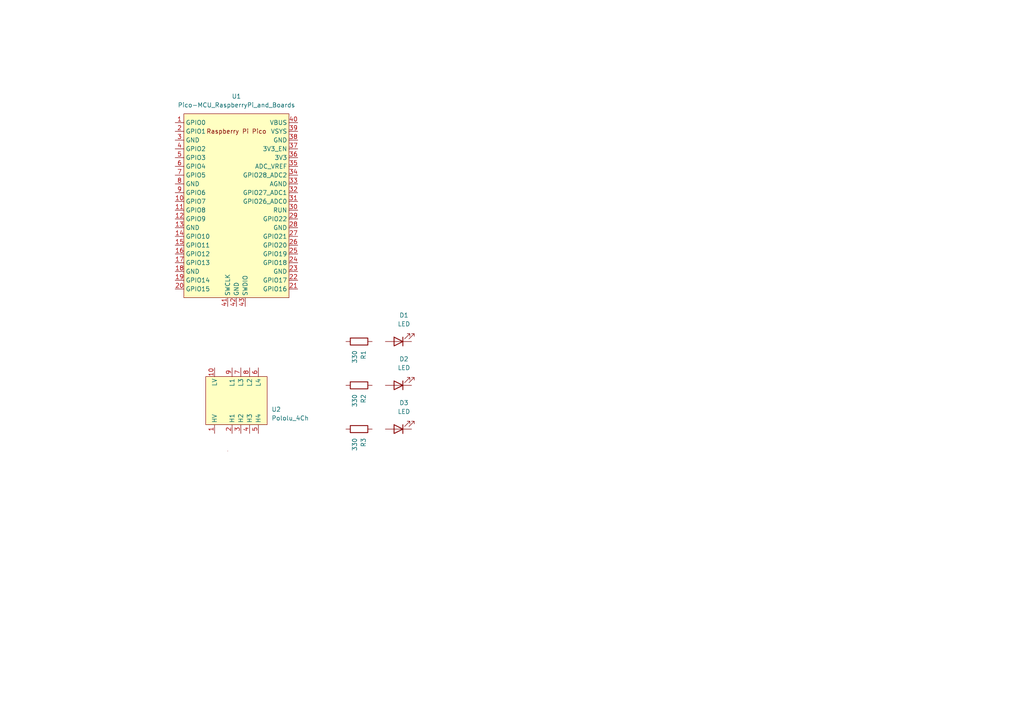
<source format=kicad_sch>
(kicad_sch (version 20211123) (generator eeschema)
  (paper "A4")
  (lib_symbols
    (symbol "Device:LED" (pin_numbers hide) (pin_names (offset 1.016) hide)
      (property "Reference" "D" (at 0 2.54 0))
      (property "Value" "LED" (at 0 -2.54 0))
      (symbol "LED_0_1"
        (polyline (pts (xy -1.27 -1.27) (xy -1.27 1.27)) (stroke (width 0.254)))
        (polyline (pts (xy -1.27 0) (xy 1.27 0)))
        (polyline (pts (xy 1.27 -1.27) (xy 1.27 1.27) (xy -1.27 0) (xy 1.27 -1.27)) (stroke (width 0.254)))
        (polyline (pts (xy -3.048 -0.762) (xy -4.572 -2.286) (xy -3.81 -2.286) (xy -4.572 -2.286) (xy -4.572 -1.524)))
        (polyline (pts (xy -1.778 -0.762) (xy -3.302 -2.286) (xy -2.54 -2.286) (xy -3.302 -2.286) (xy -3.302 -1.524)))
      )
      (symbol "LED_1_1"
        (pin passive line (at -3.81 0 0) (length 2.54) (name "K") (number "1"))
        (pin passive line (at 3.81 0 180) (length 2.54) (name "A") (number "2"))
      )
    )
    (symbol "Device:R" (pin_numbers hide) (pin_names (offset 0))
      (property "Reference" "R" (at 2.032 0 90))
      (property "Value" "R" (at 0 0 90))
      (symbol "R_0_1"
        (rectangle (start -1.016 -2.54) (end 1.016 2.54) (stroke (width 0.254)))
      )
      (symbol "R_1_1"
        (pin passive line (at 0 3.81 270) (length 1.27) (name "~") (number "1"))
        (pin passive line (at 0 -3.81 90) (length 1.27) (name "~") (number "2"))
      )
    )
    (symbol "Polulu_Library:Pololu_4Ch"
      (property "Reference" "U" (at 0 0 0))
      (property "Value" "Pololu_4Ch" (at 11.43 -15.24 0))
      (symbol "Pololu_4Ch_0_1"
        (rectangle (start -5.08 -1.27) (end -5.08 -1.27))
        (rectangle (start 2.54 5.08) (end 16.51 -12.7) (fill (type background)))
      )
      (symbol "Pololu_4Ch_1_1"
        (pin power_in line (at 0 2.54 0) (length 2.54) (name "HV") (number "1"))
        (pin power_in line (at 19.05 2.54 180) (length 2.54) (name "LV") (number "10"))
        (pin output line (at 0 -2.54 0) (length 2.54) (name "H1") (number "2"))
        (pin output line (at 0 -5.08 0) (length 2.54) (name "H2") (number "3"))
        (pin output line (at 0 -7.62 0) (length 2.54) (name "H3") (number "4"))
        (pin output line (at 0 -10.16 0) (length 2.54) (name "H4") (number "5"))
        (pin input line (at 19.05 -10.16 180) (length 2.54) (name "L4") (number "6"))
        (pin input line (at 19.05 -5.08 180) (length 2.54) (name "L3") (number "7"))
        (pin input line (at 19.05 -7.62 180) (length 2.54) (name "L2") (number "8"))
        (pin input line (at 19.05 -2.54 180) (length 2.54) (name "L1") (number "9"))
      )
    )
    (symbol "pico-mcu_raspberrypi_and_boards:Pico-MCU_RaspberryPi_and_Boards"
      (property "Reference" "U" (at -13.97 27.94 0))
      (property "Value" "Pico-MCU_RaspberryPi_and_Boards" (at 0 19.05 0))
      (symbol "Pico-MCU_RaspberryPi_and_Boards_0_0"
        (text "Raspberry Pi Pico" (at 0 21.59 0) (effects (font (size 1.27 1.27))))
      )
      (symbol "Pico-MCU_RaspberryPi_and_Boards_0_1"
        (rectangle (start -15.24 26.67) (end 15.24 -26.67) (fill (type background)))
      )
      (symbol "Pico-MCU_RaspberryPi_and_Boards_1_1"
        (pin bidirectional line (at -17.78 24.13 0) (length 2.54) (name "GPIO0") (number "1"))
        (pin bidirectional line (at -17.78 1.27 0) (length 2.54) (name "GPIO7") (number "10"))
        (pin bidirectional line (at -17.78 -1.27 0) (length 2.54) (name "GPIO8") (number "11"))
        (pin bidirectional line (at -17.78 -3.81 0) (length 2.54) (name "GPIO9") (number "12"))
        (pin power_in line (at -17.78 -6.35 0) (length 2.54) (name "GND") (number "13"))
        (pin bidirectional line (at -17.78 -8.89 0) (length 2.54) (name "GPIO10") (number "14"))
        (pin bidirectional line (at -17.78 -11.43 0) (length 2.54) (name "GPIO11") (number "15"))
        (pin bidirectional line (at -17.78 -13.97 0) (length 2.54) (name "GPIO12") (number "16"))
        (pin bidirectional line (at -17.78 -16.51 0) (length 2.54) (name "GPIO13") (number "17"))
        (pin power_in line (at -17.78 -19.05 0) (length 2.54) (name "GND") (number "18"))
        (pin bidirectional line (at -17.78 -21.59 0) (length 2.54) (name "GPIO14") (number "19"))
        (pin bidirectional line (at -17.78 21.59 0) (length 2.54) (name "GPIO1") (number "2"))
        (pin bidirectional line (at -17.78 -24.13 0) (length 2.54) (name "GPIO15") (number "20"))
        (pin bidirectional line (at 17.78 -24.13 180) (length 2.54) (name "GPIO16") (number "21"))
        (pin bidirectional line (at 17.78 -21.59 180) (length 2.54) (name "GPIO17") (number "22"))
        (pin power_in line (at 17.78 -19.05 180) (length 2.54) (name "GND") (number "23"))
        (pin bidirectional line (at 17.78 -16.51 180) (length 2.54) (name "GPIO18") (number "24"))
        (pin bidirectional line (at 17.78 -13.97 180) (length 2.54) (name "GPIO19") (number "25"))
        (pin bidirectional line (at 17.78 -11.43 180) (length 2.54) (name "GPIO20") (number "26"))
        (pin bidirectional line (at 17.78 -8.89 180) (length 2.54) (name "GPIO21") (number "27"))
        (pin power_in line (at 17.78 -6.35 180) (length 2.54) (name "GND") (number "28"))
        (pin bidirectional line (at 17.78 -3.81 180) (length 2.54) (name "GPIO22") (number "29"))
        (pin power_in line (at -17.78 19.05 0) (length 2.54) (name "GND") (number "3"))
        (pin input line (at 17.78 -1.27 180) (length 2.54) (name "RUN") (number "30"))
        (pin bidirectional line (at 17.78 1.27 180) (length 2.54) (name "GPIO26_ADC0") (number "31"))
        (pin bidirectional line (at 17.78 3.81 180) (length 2.54) (name "GPIO27_ADC1") (number "32"))
        (pin power_in line (at 17.78 6.35 180) (length 2.54) (name "AGND") (number "33"))
        (pin bidirectional line (at 17.78 8.89 180) (length 2.54) (name "GPIO28_ADC2") (number "34"))
        (pin power_in line (at 17.78 11.43 180) (length 2.54) (name "ADC_VREF") (number "35"))
        (pin power_in line (at 17.78 13.97 180) (length 2.54) (name "3V3") (number "36"))
        (pin input line (at 17.78 16.51 180) (length 2.54) (name "3V3_EN") (number "37"))
        (pin bidirectional line (at 17.78 19.05 180) (length 2.54) (name "GND") (number "38"))
        (pin power_in line (at 17.78 21.59 180) (length 2.54) (name "VSYS") (number "39"))
        (pin bidirectional line (at -17.78 16.51 0) (length 2.54) (name "GPIO2") (number "4"))
        (pin power_in line (at 17.78 24.13 180) (length 2.54) (name "VBUS") (number "40"))
        (pin input line (at -2.54 -29.21 90) (length 2.54) (name "SWCLK") (number "41"))
        (pin power_in line (at 0 -29.21 90) (length 2.54) (name "GND") (number "42"))
        (pin bidirectional line (at 2.54 -29.21 90) (length 2.54) (name "SWDIO") (number "43"))
        (pin bidirectional line (at -17.78 13.97 0) (length 2.54) (name "GPIO3") (number "5"))
        (pin bidirectional line (at -17.78 11.43 0) (length 2.54) (name "GPIO4") (number "6"))
        (pin bidirectional line (at -17.78 8.89 0) (length 2.54) (name "GPIO5") (number "7"))
        (pin power_in line (at -17.78 6.35 0) (length 2.54) (name "GND") (number "8"))
        (pin bidirectional line (at -17.78 3.81 0) (length 2.54) (name "GPIO6") (number "9"))
      )
    )
  )
  (symbol (lib_id "Device:R") (at 104.14 124.46 270) (unit 1)
    (property "Reference" "R3" (at 105.4101 127 0) (effects (justify left)))
    (property "Value" "330" (at 102.8701 127 0) (effects (justify left)))
  )
  (symbol (lib_id "Device:R") (at 104.14 99.06 270) (unit 1)
    (property "Reference" "R1" (at 105.4101 101.6 0) (effects (justify left)))
    (property "Value" "330" (at 102.8701 101.6 0) (effects (justify left)))
  )
  (symbol (lib_id "Device:LED") (at 115.57 99.06 180) (unit 1)
    (property "Reference" "D1" (at 117.1575 91.44 0))
    (property "Value" "LED" (at 117.1575 93.98 0))
  )
  (symbol (lib_id "pico-mcu_raspberrypi_and_boards:Pico-MCU_RaspberryPi_and_Boards") (at 68.58 59.69 0) (unit 1)
    (property "Reference" "U1" (at 68.58 27.94 0))
    (property "Value" "Pico-MCU_RaspberryPi_and_Boards" (at 68.58 30.48 0))
    (property "Footprint" "RPi_Pico:RPi_Pico_SMD_TH" (effects hide))
  )
  (symbol (lib_id "Device:R") (at 104.14 111.76 270) (unit 1)
    (property "Reference" "R2" (at 105.4101 114.3 0) (effects (justify left)))
    (property "Value" "330" (at 102.8701 114.3 0) (effects (justify left)))
  )
  (symbol (lib_id "Device:LED") (at 115.57 124.46 180) (unit 1)
    (property "Reference" "D3" (at 117.1575 116.84 0))
    (property "Value" "LED" (at 117.1575 119.38 0))
  )
  (symbol (lib_id "Device:LED") (at 115.57 111.76 180) (unit 1)
    (property "Reference" "D2" (at 117.1575 104.14 0))
    (property "Value" "LED" (at 117.1575 106.68 0))
  )
  (symbol (lib_id "Polulu_Library:Pololu_4Ch") (at 64.77 125.73 90) (unit 1)
    (property "Reference" "U2" (at 78.74 118.7449 90) (effects (justify right)))
    (property "Value" "Pololu_4Ch" (at 78.74 121.2849 90) (effects (justify right)))
  )
)
</source>
